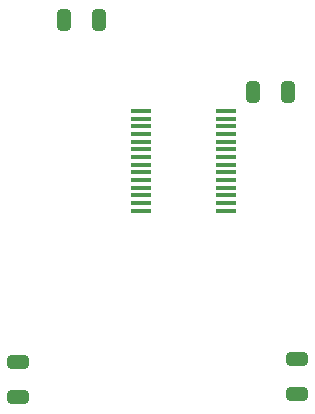
<source format=gbr>
%TF.GenerationSoftware,KiCad,Pcbnew,(6.0.0)*%
%TF.CreationDate,2022-05-13T15:13:29+02:00*%
%TF.ProjectId,RPi_Hat,5250695f-4861-4742-9e6b-696361645f70,rev?*%
%TF.SameCoordinates,Original*%
%TF.FileFunction,Paste,Top*%
%TF.FilePolarity,Positive*%
%FSLAX46Y46*%
G04 Gerber Fmt 4.6, Leading zero omitted, Abs format (unit mm)*
G04 Created by KiCad (PCBNEW (6.0.0)) date 2022-05-13 15:13:29*
%MOMM*%
%LPD*%
G01*
G04 APERTURE LIST*
G04 Aperture macros list*
%AMRoundRect*
0 Rectangle with rounded corners*
0 $1 Rounding radius*
0 $2 $3 $4 $5 $6 $7 $8 $9 X,Y pos of 4 corners*
0 Add a 4 corners polygon primitive as box body*
4,1,4,$2,$3,$4,$5,$6,$7,$8,$9,$2,$3,0*
0 Add four circle primitives for the rounded corners*
1,1,$1+$1,$2,$3*
1,1,$1+$1,$4,$5*
1,1,$1+$1,$6,$7*
1,1,$1+$1,$8,$9*
0 Add four rect primitives between the rounded corners*
20,1,$1+$1,$2,$3,$4,$5,0*
20,1,$1+$1,$4,$5,$6,$7,0*
20,1,$1+$1,$6,$7,$8,$9,0*
20,1,$1+$1,$8,$9,$2,$3,0*%
G04 Aperture macros list end*
%ADD10RoundRect,0.250000X-0.650000X0.325000X-0.650000X-0.325000X0.650000X-0.325000X0.650000X0.325000X0*%
%ADD11RoundRect,0.250000X-0.325000X-0.650000X0.325000X-0.650000X0.325000X0.650000X-0.325000X0.650000X0*%
%ADD12R,1.750000X0.450000*%
G04 APERTURE END LIST*
D10*
%TO.C,REF\u002A\u002A*%
X93472000Y-84123000D03*
X93472000Y-87073000D03*
%TD*%
D11*
%TO.C,REF\u002A\u002A*%
X73709000Y-55372000D03*
X76659000Y-55372000D03*
%TD*%
D12*
%TO.C,U2*%
X80220000Y-63085000D03*
X80220000Y-63735000D03*
X80220000Y-64385000D03*
X80220000Y-65035000D03*
X80220000Y-65685000D03*
X80220000Y-66335000D03*
X80220000Y-66985000D03*
X80220000Y-67635000D03*
X80220000Y-68285000D03*
X80220000Y-68935000D03*
X80220000Y-69585000D03*
X80220000Y-70235000D03*
X80220000Y-70885000D03*
X80220000Y-71535000D03*
X87420000Y-71535000D03*
X87420000Y-70885000D03*
X87420000Y-70235000D03*
X87420000Y-69585000D03*
X87420000Y-68935000D03*
X87420000Y-68285000D03*
X87420000Y-67635000D03*
X87420000Y-66985000D03*
X87420000Y-66335000D03*
X87420000Y-65685000D03*
X87420000Y-65035000D03*
X87420000Y-64385000D03*
X87420000Y-63735000D03*
X87420000Y-63085000D03*
%TD*%
D10*
%TO.C,REF\u002A\u002A*%
X69850000Y-84377000D03*
X69850000Y-87327000D03*
%TD*%
D11*
%TO.C,REF\u002A\u002A*%
X89711000Y-61468000D03*
X92661000Y-61468000D03*
%TD*%
M02*

</source>
